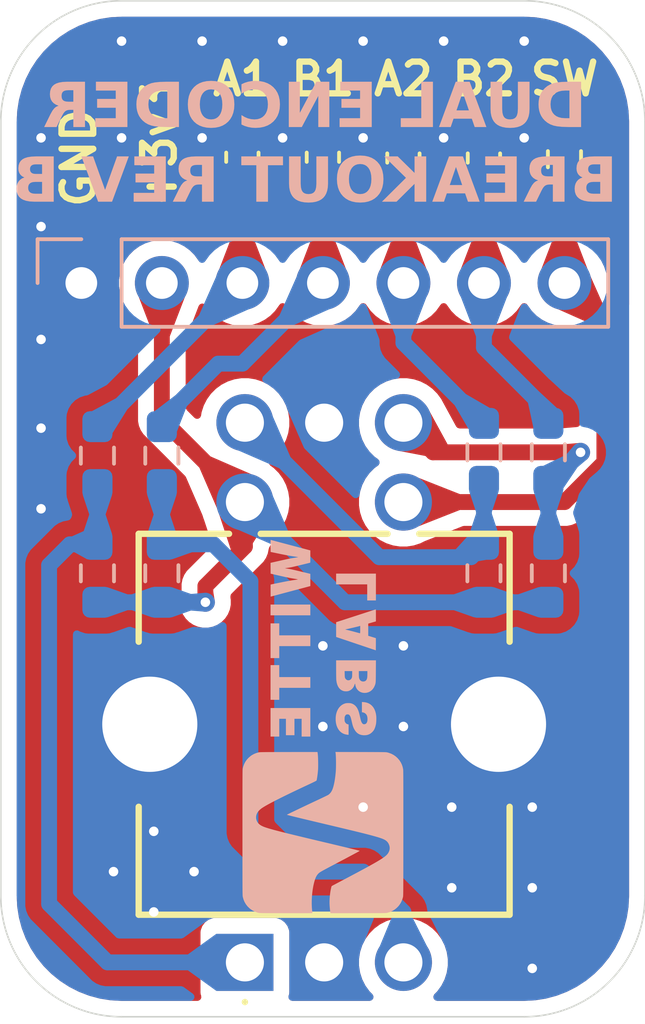
<source format=kicad_pcb>
(kicad_pcb (version 20241229) (generator "pcbnew") (generator_version "9.0")
  (layers (0 "F.Cu" signal) (2 "B.Cu" signal) (13 "F.Paste" user) (15 "B.Paste" user) (5 "F.SilkS" user "F.Silkscreen") (7 "B.SilkS" user "B.Silkscreen") (1 "F.Mask" user) (3 "B.Mask" user) (25 "Edge.Cuts" user))
  (net 0 "")
  (net 1 "GND")
  (net 2 "+3V3")
  (net 3 "/A1_OUT")
  (net 4 "/B1")
  (net 5 "/A1")
  (net 6 "/B1_OUT")
  (net 7 "/B2_OUT")
  (net 8 "/A2_OUT")
  (net 9 "/SW")
  (net 10 "/A2")
  (net 11 "/B2")
  (footprint "Capacitor_SMD:C_0603_1608Metric_Pad1.08x0.95mm_HandSolder" (layer "F.Cu") (at 137.16 79.8825 90)
    (property "Reference" "C4" (hide yes))
    (property "Value" "0.01u" (hide yes))
    (pad "1" smd roundrect (at -0.8625 0 90) (size 1.075 0.95) (layers "F.Cu" "F.Mask" "F.Paste") (net 7 "/B2_OUT"))
    (pad "2" smd roundrect (at 0.8625 0 90) (size 1.075 0.95) (layers "F.Cu" "F.Mask" "F.Paste") (net 1 "GND"))
  )
  (footprint "Resistor_SMD:R_0603_1608Metric_Pad0.98x0.95mm_HandSolder" (layer "F.Cu") (at 139.7 79.92 90)
    (property "Reference" "R9" (hide yes))
    (property "Value" "10K" (hide yes))
    (pad "1" smd roundrect (at -0.9125 0 90) (size 0.975 0.95) (layers "F.Cu" "F.Mask" "F.Paste") (net 9 "/SW"))
    (pad "2" smd roundrect (at 0.9125 0 90) (size 0.975 0.95) (layers "F.Cu" "F.Mask" "F.Paste") (net 1 "GND"))
  )
  (footprint "Capacitor_SMD:C_0603_1608Metric_Pad1.08x0.95mm_HandSolder" (layer "F.Cu") (at 134.62 79.8825 90)
    (property "Reference" "C3" (hide yes))
    (property "Value" "0.01u" (hide yes))
    (pad "1" smd roundrect (at -0.8625 0 90) (size 1.075 0.95) (layers "F.Cu" "F.Mask" "F.Paste") (net 8 "/A2_OUT"))
    (pad "2" smd roundrect (at 0.8625 0 90) (size 1.075 0.95) (layers "F.Cu" "F.Mask" "F.Paste") (net 1 "GND"))
  )
  (footprint "Capacitor_SMD:C_0603_1608Metric_Pad1.08x0.95mm_HandSolder" (layer "F.Cu") (at 132.08 79.8575 90)
    (property "Reference" "C2" (hide yes))
    (property "Value" "0.01u" (hide yes))
    (pad "1" smd roundrect (at -0.8625 0 90) (size 1.075 0.95) (layers "F.Cu" "F.Mask" "F.Paste") (net 6 "/B1_OUT"))
    (pad "2" smd roundrect (at 0.8625 0 90) (size 1.075 0.95) (layers "F.Cu" "F.Mask" "F.Paste") (net 1 "GND"))
  )
  (footprint "Capacitor_SMD:C_0603_1608Metric_Pad1.08x0.95mm_HandSolder" (layer "F.Cu") (at 129.54 79.8575 90)
    (property "Reference" "C1" (hide yes))
    (property "Value" "0.01u" (hide yes))
    (pad "1" smd roundrect (at -0.8625 0 90) (size 1.075 0.95) (layers "F.Cu" "F.Mask" "F.Paste") (net 3 "/A1_OUT"))
    (pad "2" smd roundrect (at 0.8625 0 90) (size 1.075 0.95) (layers "F.Cu" "F.Mask" "F.Paste") (net 1 "GND"))
  )
  (footprint "000_my_library_footprints:PEC11D-4120F-S0015 Rotary Encoder" (layer "F.Cu") (at 129.62 105.22)
    (property "Reference" "S1" (hide yes))
    (property "Value" "PEC11D-4120F-S0015" (hide yes))
    (pad "A1" thru_hole rect (at 0 0) (size 1.8 1.8) (drill 1.2) (layers "*.Cu" "*.Mask") (net 5 "/A1"))
    (pad "A2" thru_hole circle (at 0 -17) (size 1.8 1.8) (drill 1.2) (layers "*.Cu" "*.Mask") (net 10 "/A2"))
    (pad "B1" thru_hole circle (at 5 0) (size 1.8 1.8) (drill 1.2) (layers "*.Cu" "*.Mask") (net 4 "/B1"))
    (pad "B2" thru_hole circle (at 5 -17) (size 1.8 1.8) (drill 1.2) (layers "*.Cu" "*.Mask") (net 11 "/B2"))
    (pad "C1" thru_hole circle (at 2.5 0) (size 1.8 1.8) (drill 1.2) (layers "*.Cu" "*.Mask") (net 1 "GND"))
    (pad "C2" thru_hole circle (at 2.5 -17) (size 1.8 1.8) (drill 1.2) (layers "*.Cu" "*.Mask") (net 1 "GND"))
    (pad "MH1" thru_hole circle (at -3 -7.5) (size 4.5 4.5) (drill 3) (layers "*.Cu" "*.Mask") (net 1 "GND"))
    (pad "MH2" thru_hole circle (at 8 -7.5) (size 4.5 4.5) (drill 3) (layers "*.Cu" "*.Mask") (net 1 "GND"))
    (pad "S1" thru_hole circle (at 0 -14.5) (size 1.8 1.8) (drill 1.2) (layers "*.Cu" "*.Mask") (net 2 "+3V3"))
    (pad "W1" thru_hole circle (at 5 -14.5) (size 1.8 1.8) (drill 1.2) (layers "*.Cu" "*.Mask") (net 9 "/SW"))
  )
  (footprint "Resistor_SMD:R_0603_1608Metric_Pad0.98x0.95mm_HandSolder" (layer "B.Cu") (at 137.16 89.154 90)
    (property "Reference" "R6" (hide yes))
    (property "Value" "10K" (hide yes))
    (pad "1" smd roundrect (at -0.9125 0 90) (size 0.975 0.95) (layers "B.Cu" "B.Mask" "B.Paste") (net 10 "/A2"))
    (pad "2" smd roundrect (at 0.9125 0 90) (size 0.975 0.95) (layers "B.Cu" "B.Mask" "B.Paste") (net 8 "/A2_OUT"))
  )
  (footprint "Resistor_SMD:R_0603_1608Metric_Pad0.98x0.95mm_HandSolder" (layer "B.Cu") (at 139.192 92.964 90)
    (property "Reference" "R7" (hide yes))
    (property "Value" "10K" (hide yes))
    (pad "1" smd roundrect (at -0.9125 0 90) (size 0.975 0.95) (layers "B.Cu" "B.Mask" "B.Paste") (net 2 "+3V3"))
    (pad "2" smd roundrect (at 0.9125 0 90) (size 0.975 0.95) (layers "B.Cu" "B.Mask" "B.Paste") (net 11 "/B2"))
  )
  (footprint "Resistor_SMD:R_0603_1608Metric_Pad0.98x0.95mm_HandSolder" (layer "B.Cu") (at 139.192 89.154 90)
    (property "Reference" "R8" (hide yes))
    (property "Value" "10K" (hide yes))
    (pad "1" smd roundrect (at -0.9125 0 90) (size 0.975 0.95) (layers "B.Cu" "B.Mask" "B.Paste") (net 11 "/B2"))
    (pad "2" smd roundrect (at 0.9125 0 90) (size 0.975 0.95) (layers "B.Cu" "B.Mask" "B.Paste") (net 7 "/B2_OUT"))
  )
  (footprint "LOGO" (layer "B.Cu") (at 132.08 97.79 -90)
    (property "Reference" "G***" (hide yes))
    (property "Value" "LOGO" (hide yes))
  )
  (footprint "Resistor_SMD:R_0603_1608Metric_Pad0.98x0.95mm_HandSolder" (layer "B.Cu") (at 124.968 92.964 90)
    (property "Reference" "R1" (hide yes))
    (property "Value" "10K" (hide yes))
    (pad "1" smd roundrect (at -0.9125 0 90) (size 0.975 0.95) (layers "B.Cu" "B.Mask" "B.Paste") (net 2 "+3V3"))
    (pad "2" smd roundrect (at 0.9125 0 90) (size 0.975 0.95) (layers "B.Cu" "B.Mask" "B.Paste") (net 5 "/A1"))
  )
  (footprint "Resistor_SMD:R_0603_1608Metric_Pad0.98x0.95mm_HandSolder" (layer "B.Cu") (at 124.968 89.2575 90)
    (property "Reference" "R2" (hide yes))
    (property "Value" "10K" (hide yes))
    (pad "1" smd roundrect (at -0.9125 0 90) (size 0.975 0.95) (layers "B.Cu" "B.Mask" "B.Paste") (net 5 "/A1"))
    (pad "2" smd roundrect (at 0.9125 0 90) (size 0.975 0.95) (layers "B.Cu" "B.Mask" "B.Paste") (net 3 "/A1_OUT"))
  )
  (footprint "Connector_PinHeader_2.54mm:PinHeader_1x07_P2.54mm_Vertical" (layer "B.Cu") (at 124.46 83.82 -90)
    (property "Reference" "J3" (hide yes))
    (property "Value" "PINHD_1x7_Male" (hide yes))
    (pad "1" thru_hole rect (at 0 0 270) (size 1.7 1.7) (drill 1) (layers "*.Cu" "*.Mask") (net 1 "GND"))
    (pad "2" thru_hole circle (at 0 -2.54 270) (size 1.7 1.7) (drill 1) (layers "*.Cu" "*.Mask") (net 2 "+3V3"))
    (pad "3" thru_hole circle (at 0 -5.08 270) (size 1.7 1.7) (drill 1) (layers "*.Cu" "*.Mask") (net 3 "/A1_OUT"))
    (pad "4" thru_hole circle (at 0 -7.62 270) (size 1.7 1.7) (drill 1) (layers "*.Cu" "*.Mask") (net 6 "/B1_OUT"))
    (pad "5" thru_hole circle (at 0 -10.16 270) (size 1.7 1.7) (drill 1) (layers "*.Cu" "*.Mask") (net 8 "/A2_OUT"))
    (pad "6" thru_hole circle (at 0 -12.7 270) (size 1.7 1.7) (drill 1) (layers "*.Cu" "*.Mask") (net 7 "/B2_OUT"))
    (pad "7" thru_hole circle (at 0 -15.24 270) (size 1.7 1.7) (drill 1) (layers "*.Cu" "*.Mask") (net 9 "/SW"))
  )
  (footprint "Resistor_SMD:R_0603_1608Metric_Pad0.98x0.95mm_HandSolder" (layer "B.Cu") (at 127 92.964 90)
    (property "Reference" "R3" (hide yes))
    (property "Value" "10K" (hide yes))
    (pad "1" smd roundrect (at -0.9125 0 90) (size 0.975 0.95) (layers "B.Cu" "B.Mask" "B.Paste") (net 2 "+3V3"))
    (pad "2" smd roundrect (at 0.9125 0 90) (size 0.975 0.95) (layers "B.Cu" "B.Mask" "B.Paste") (net 4 "/B1"))
  )
  (footprint "Resistor_SMD:R_0603_1608Metric_Pad0.98x0.95mm_HandSolder" (layer "B.Cu") (at 127 89.2575 90)
    (property "Reference" "R4" (hide yes))
    (property "Value" "10K" (hide yes))
    (pad "1" smd roundrect (at -0.9125 0 90) (size 0.975 0.95) (layers "B.Cu" "B.Mask" "B.Paste") (net 4 "/B1"))
    (pad "2" smd roundrect (at 0.9125 0 90) (size 0.975 0.95) (layers "B.Cu" "B.Mask" "B.Paste") (net 6 "/B1_OUT"))
  )
  (footprint "Resistor_SMD:R_0603_1608Metric_Pad0.98x0.95mm_HandSolder" (layer "B.Cu") (at 137.16 92.964 90)
    (property "Reference" "R5" (hide yes))
    (property "Value" "10K" (hide yes))
    (pad "1" smd roundrect (at -0.9125 0 90) (size 0.975 0.95) (layers "B.Cu" "B.Mask" "B.Paste") (net 2 "+3V3"))
    (pad "2" smd roundrect (at 0.9125 0 90) (size 0.975 0.95) (layers "B.Cu" "B.Mask" "B.Paste") (net 10 "/A2"))
  )
  (gr_line (start 121.92 103.124) (end 121.92 78.74) (stroke (width 0.05)) (layer "Edge.Cuts"))
  (gr_line (start 125.73 74.93) (end 138.43 74.93) (stroke (width 0.05)) (layer "Edge.Cuts"))
  (gr_line (start 142.24 78.74) (end 142.24 103.124) (stroke (width 0.05)) (layer "Edge.Cuts"))
  (gr_arc (start 121.92 78.74) (mid 123.035923 76.045923) (end 125.73 74.93) (stroke (width 0.05)) (layer "Edge.Cuts"))
  (gr_arc (start 138.43 74.93) (mid 141.124077 76.045923) (end 142.24 78.74) (stroke (width 0.05)) (layer "Edge.Cuts"))
  (gr_arc (start 125.73 106.934) (mid 123.035923 105.818077) (end 121.92 103.124) (stroke (width 0.05)) (layer "Edge.Cuts"))
  (gr_line (start 138.43 106.934) (end 125.73 106.934) (stroke (width 0.05)) (layer "Edge.Cuts"))
  (gr_arc (start 142.24 103.124) (mid 141.124077 105.818077) (end 138.43 106.934) (stroke (width 0.05)) (layer "Edge.Cuts"))
  (gr_text "B1" (at 132.08 77.978 0) (layer "F.SilkS") (effects (font (size 1 1) (thickness 0.2) (bold yes)) (justify bottom)))
  (gr_text "SW" (at 139.7 77.978 0) (layer "F.SilkS") (effects (font (size 1 1) (thickness 0.2) (bold yes)) (justify bottom)))
  (gr_text "GND" (at 124.968 81.534 90) (layer "F.SilkS") (effects (font (size 1 1) (thickness 0.2) (bold yes)) (justify left bottom)))
  (gr_text "A2" (at 134.62 77.978 0) (layer "F.SilkS") (effects (font (size 1 1) (thickness 0.2) (bold yes)) (justify bottom)))
  (gr_text "+3v3\n" (at 127.508 81.534 90) (layer "F.SilkS") (effects (font (size 1 1) (thickness 0.2) (bold yes)) (justify left bottom)))
  (gr_text "A1" (at 129.54 77.978 0) (layer "F.SilkS") (effects (font (size 1 1) (thickness 0.2) (bold yes)) (justify bottom)))
  (gr_text "B2" (at 137.16 77.978 0) (layer "F.SilkS") (effects (font (size 1 1) (thickness 0.2) (bold yes)) (justify bottom)))
  (gr_text "DUAL ENCODER\nBREAKOUT REV B" (at 131.826 79.502 0) (layer "B.SilkS") (effects (font (size 1.4 1.4) (thickness 0.1) (bold yes)) (justify mirror)))
  (via (at 133.35 100.33) (size 0.6) (drill 0.3) (layers "F.Cu" "B.Cu") (net 1))
  (via (at 123.19 79.248) (size 0.6) (drill 0.3) (layers "F.Cu" "B.Cu") (net 1))
  (via (at 138.684 102.87) (size 0.6) (drill 0.3) (layers "F.Cu" "B.Cu") (net 1))
  (via (at 138.684 100.33) (size 0.6) (drill 0.3) (layers "F.Cu" "B.Cu") (net 1))
  (via (at 134.62 95.25) (size 0.6) (drill 0.3) (layers "F.Cu" "B.Cu") (net 1))
  (via (at 128.27 79.248) (size 0.6) (drill 0.3) (layers "F.Cu" "B.Cu") (net 1))
  (via (at 136.144 102.87) (size 0.6) (drill 0.3) (layers "F.Cu" "B.Cu") (net 1))
  (via (at 128.27 76.2) (size 0.6) (drill 0.3) (layers "F.Cu" "B.Cu") (net 1))
  (via (at 123.19 90.932) (size 0.6) (drill 0.3) (layers "F.Cu" "B.Cu") (net 1))
  (via (at 123.19 85.598) (size 0.6) (drill 0.3) (layers "F.Cu" "B.Cu") (net 1))
  (via (at 130.81 79.248) (size 0.6) (drill 0.3) (layers "F.Cu" "B.Cu") (net 1))
  (via (at 126.746 103.632) (size 0.6) (drill 0.3) (layers "F.Cu" "B.Cu") (net 1))
  (via (at 123.19 82.042) (size 0.6) (drill 0.3) (layers "F.Cu" "B.Cu") (net 1))
  (via (at 138.43 79.248) (size 0.6) (drill 0.3) (layers "F.Cu" "B.Cu") (net 1))
  (via (at 133.35 76.2) (size 0.6) (drill 0.3) (layers "F.Cu" "B.Cu") (net 1))
  (via (at 125.73 79.248) (size 0.6) (drill 0.3) (layers "F.Cu" "B.Cu") (net 1))
  (via (at 135.89 79.248) (size 0.6) (drill 0.3) (layers "F.Cu" "B.Cu") (net 1))
  (via (at 125.73 76.2) (size 0.6) (drill 0.3) (layers "F.Cu" "B.Cu") (net 1))
  (via (at 125.476 102.362) (size 0.6) (drill 0.3) (layers "F.Cu" "B.Cu") (net 1))
  (via (at 135.89 76.2) (size 0.6) (drill 0.3) (layers "F.Cu" "B.Cu") (net 1))
  (via (at 136.144 100.33) (size 0.6) (drill 0.3) (layers "F.Cu" "B.Cu") (net 1))
  (via (at 128.016 102.362) (size 0.6) (drill 0.3) (layers "F.Cu" "B.Cu") (net 1))
  (via (at 132.08 97.79) (size 0.6) (drill 0.3) (layers "F.Cu" "B.Cu") (net 1))
  (via (at 134.62 97.79) (size 0.6) (drill 0.3) (layers "F.Cu" "B.Cu") (net 1))
  (via (at 123.19 88.392) (size 0.6) (drill 0.3) (layers "F.Cu" "B.Cu") (net 1))
  (via (at 132.08 95.25) (size 0.6) (drill 0.3) (layers "F.Cu" "B.Cu") (net 1))
  (via (at 130.81 76.2) (size 0.6) (drill 0.3) (layers "F.Cu" "B.Cu") (net 1))
  (via (at 138.684 105.41) (size 0.6) (drill 0.3) (layers "F.Cu" "B.Cu") (net 1))
  (via (at 133.35 79.248) (size 0.6) (drill 0.3) (layers "F.Cu" "B.Cu") (net 1))
  (via (at 138.43 76.2) (size 0.6) (drill 0.3) (layers "F.Cu" "B.Cu") (net 1))
  (via (at 126.746 101.092) (size 0.6) (drill 0.3) (layers "F.Cu" "B.Cu") (net 1))
  (segment (start 129.62 90.72) (end 127 88.1) (width 0.5) (layer "F.Cu") (net 2))
  (segment (start 129.62 92.122) (end 129.62 90.72) (width 0.5) (layer "F.Cu") (net 2))
  (segment (start 128.3735 93.3685) (end 129.62 92.122) (width 0.5) (layer "F.Cu") (net 2))
  (segment (start 127 88.1) (end 127 83.82) (width 0.5) (layer "F.Cu") (net 2))
  (segment (start 128.3735 93.8765) (end 128.3735 93.3685) (width 0.5) (layer "F.Cu") (net 2))
  (via (at 128.3735 93.8765) (size 0.6) (drill 0.3) (layers "F.Cu" "B.Cu") (net 2))
  (segment (start 128.3735 93.8765) (end 127 93.8765) (width 0.5) (layer "B.Cu") (net 2))
  (segment (start 137.16 93.8765) (end 132.7765 93.8765) (width 0.5) (layer "B.Cu") (net 2))
  (segment (start 124.968 93.8765) (end 127 93.8765) (width 0.5) (layer "B.Cu") (net 2))
  (segment (start 132.7765 93.8765) (end 129.62 90.72) (width 0.5) (layer "B.Cu") (net 2))
  (segment (start 139.192 93.8765) (end 137.16 93.8765) (width 0.5) (layer "B.Cu") (net 2))
  (segment (start 129.54 83.82) (end 129.54 80.72) (width 0.5) (layer "F.Cu") (net 3))
  (segment (start 125.015 88.345) (end 129.54 83.82) (width 0.5) (layer "B.Cu") (net 3))
  (segment (start 124.968 88.345) (end 125.015 88.345) (width 0.5) (layer "B.Cu") (net 3))
  (segment (start 128.6275 92.0515) (end 127 92.0515) (width 0.5) (layer "B.Cu") (net 4))
  (segment (start 134.62 103.632) (end 133.35 102.362) (width 0.5) (layer "B.Cu") (net 4))
  (segment (start 127 92.0515) (end 127 90.17) (width 0.5) (layer "B.Cu") (net 4))
  (segment (start 129.794 93.218) (end 128.6275 92.0515) (width 0.5) (layer "B.Cu") (net 4))
  (segment (start 134.62 105.22) (end 134.62 103.632) (width 0.5) (layer "B.Cu") (net 4))
  (segment (start 133.35 102.362) (end 131.064 102.362) (width 0.5) (layer "B.Cu") (net 4))
  (segment (start 131.064 102.362) (end 129.794 101.092) (width 0.5) (layer "B.Cu") (net 4))
  (segment (start 129.794 101.092) (end 129.794 93.218) (width 0.5) (layer "B.Cu") (net 4))
  (segment (start 124.968 90.17) (end 124.968 92.0515) (width 0.5) (layer "B.Cu") (net 5))
  (segment (start 123.444 92.71) (end 124.1025 92.0515) (width 0.5) (layer "B.Cu") (net 5))
  (segment (start 125.286 105.22) (end 123.444 103.378) (width 0.5) (layer "B.Cu") (net 5))
  (segment (start 124.1025 92.0515) (end 124.968 92.0515) (width 0.5) (layer "B.Cu") (net 5))
  (segment (start 123.444 103.378) (end 123.444 92.71) (width 0.5) (layer "B.Cu") (net 5))
  (segment (start 129.62 105.22) (end 125.286 105.22) (width 0.5) (layer "B.Cu") (net 5))
  (segment (start 132.08 83.82) (end 132.08 80.72) (width 0.5) (layer "F.Cu") (net 6))
  (segment (start 127 88.345) (end 127 88.138) (width 0.5) (layer "B.Cu") (net 6))
  (segment (start 127 88.138) (end 128.778 86.36) (width 0.5) (layer "B.Cu") (net 6))
  (segment (start 128.778 86.36) (end 129.54 86.36) (width 0.5) (layer "B.Cu") (net 6))
  (segment (start 129.54 86.36) (end 132.08 83.82) (width 0.5) (layer "B.Cu") (net 6))
  (segment (start 137.16 83.82) (end 137.16 80.745) (width 0.5) (layer "F.Cu") (net 7))
  (segment (start 137.16 85.852) (end 137.16 83.82) (width 0.5) (layer "B.Cu") (net 7))
  (segment (start 139.192 87.884) (end 137.16 85.852) (width 0.5) (layer "B.Cu") (net 7))
  (segment (start 139.192 88.2415) (end 139.192 87.884) (width 0.5) (layer "B.Cu") (net 7))
  (segment (start 134.62 83.82) (end 134.62 80.745) (width 0.5) (layer "F.Cu") (net 8))
  (segment (start 134.62 85.7015) (end 134.62 83.82) (width 0.5) (layer "B.Cu") (net 8))
  (segment (start 137.16 88.2415) (end 134.62 85.7015) (width 0.5) (layer "B.Cu") (net 8))
  (segment (start 140.959 85.079) (end 139.7 83.82) (width 0.5) (layer "F.Cu") (net 9))
  (segment (start 140.959 89.465075) (end 140.959 85.079) (width 0.5) (layer "F.Cu") (net 9))
  (segment (start 139.704075 90.72) (end 140.959 89.465075) (width 0.5) (layer "F.Cu") (net 9))
  (segment (start 134.62 90.72) (end 139.704075 90.72) (width 0.5) (layer "F.Cu") (net 9))
  (segment (start 139.7 83.82) (end 139.7 80.8325) (width 0.5) (layer "F.Cu") (net 9))
  (segment (start 137.16 90.0665) (end 137.16 92.0515) (width 0.5) (layer "B.Cu") (net 10))
  (segment (start 129.62 88.22) (end 129.622 88.22) (width 0.5) (layer "B.Cu") (net 10))
  (segment (start 136.7555 92.456) (end 137.16 92.0515) (width 0.5) (layer "B.Cu") (net 10))
  (segment (start 129.622 88.22) (end 133.858 92.456) (width 0.5) (layer "B.Cu") (net 10))
  (segment (start 133.858 92.456) (end 136.7555 92.456) (width 0.5) (layer "B.Cu") (net 10))
  (segment (start 135.554 89.154) (end 134.62 88.22) (width 0.5) (layer "F.Cu") (net 11))
  (segment (start 140.208 89.154) (end 135.554 89.154) (width 0.5) (layer "F.Cu") (net 11))
  (via (at 140.208 89.154) (size 0.6) (drill 0.3) (layers "F.Cu" "B.Cu") (net 11))
  (segment (start 139.192 90.0665) (end 139.192 92.0515) (width 0.5) (layer "B.Cu") (net 11))
  (segment (start 139.192 90.0665) (end 139.2955 90.0665) (width 0.5) (layer "B.Cu") (net 11))
  (segment (start 139.2955 90.0665) (end 140.208 89.154) (width 0.5) (layer "B.Cu") (net 11))
  (zone (net 1) (net_name "GND") (layer "F.Cu") (connect_pads yes (clearance 0.5)) (min_thickness 0.25) (fill yes (thermal_gap 0.5) (thermal_bridge_width 0.5) (smoothing fillet) (radius 3.81))
    (polygon (pts (xy 121.918726 106.936825) (xy 121.918726 74.932989) (xy 141.986 74.932989) (xy 141.986 106.936825)))
  )
  (zone (net 1) (net_name "GND") (layer "B.Cu") (connect_pads yes (clearance 0.5)) (min_thickness 0.25) (fill yes (thermal_gap 0.5) (thermal_bridge_width 0.5) (smoothing fillet) (radius 3.81))
    (polygon (pts (xy 121.919838 106.936825) (xy 121.919838 74.932989) (xy 141.987112 74.932989) (xy 141.987112 106.936825)))
  )
)
</source>
